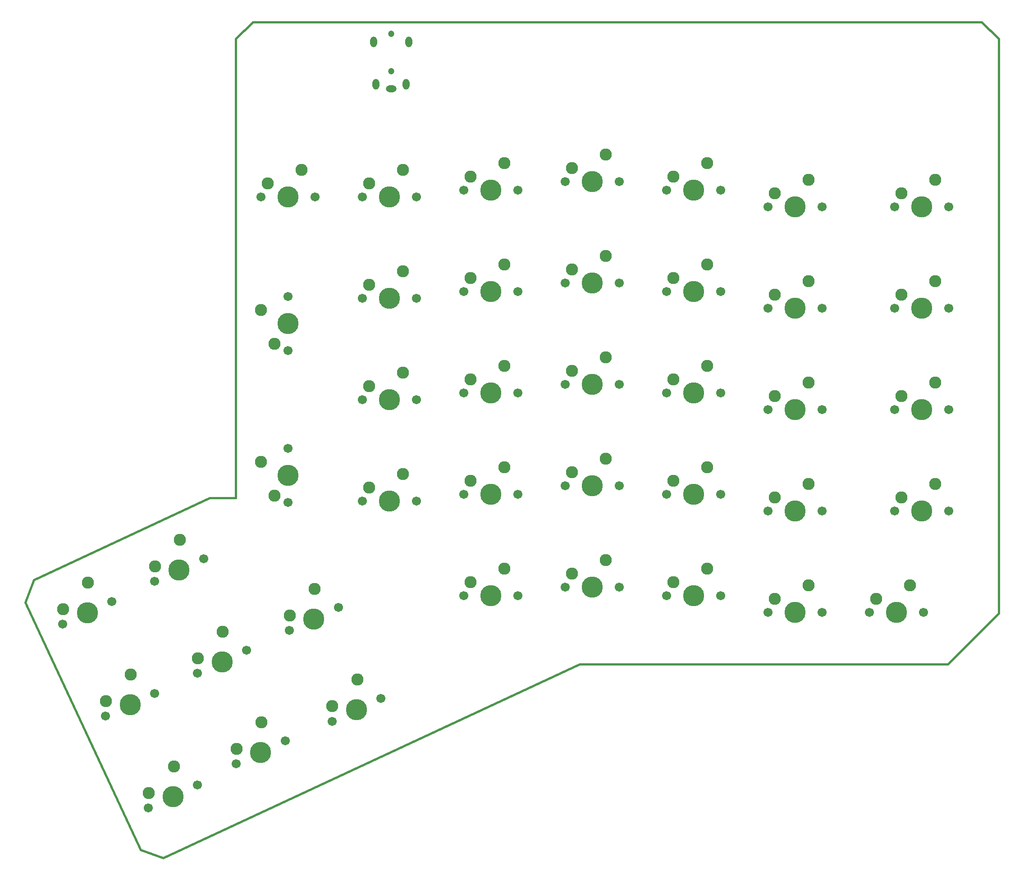
<source format=gbs>
%TF.GenerationSoftware,KiCad,Pcbnew,5.1.7*%
%TF.CreationDate,2020-11-01T11:12:36-08:00*%
%TF.ProjectId,ErgoDOX_right,4572676f-444f-4585-9f72-696768742e6b,2.0.1*%
%TF.SameCoordinates,Original*%
%TF.FileFunction,Soldermask,Bot*%
%TF.FilePolarity,Negative*%
%FSLAX46Y46*%
G04 Gerber Fmt 4.6, Leading zero omitted, Abs format (unit mm)*
G04 Created by KiCad (PCBNEW 5.1.7) date 2020-11-01 11:12:36*
%MOMM*%
%LPD*%
G01*
G04 APERTURE LIST*
%TA.AperFunction,Profile*%
%ADD10C,0.381000*%
%TD*%
%ADD11C,2.286000*%
%ADD12C,3.987800*%
%ADD13C,1.701800*%
%ADD14O,2.000000X1.300000*%
%ADD15O,1.300000X2.000000*%
%ADD16C,1.200000*%
G04 APERTURE END LIST*
D10*
X90121000Y-32258000D02*
X93521000Y-32258000D01*
X90121000Y-32258000D02*
X77876400Y-32258000D01*
X95046800Y-32258000D02*
X93521000Y-32258000D01*
X202742800Y-32258000D02*
X143408400Y-32258000D01*
X143408400Y-32258000D02*
X131902200Y-32258000D01*
X131902200Y-32258000D02*
X95046800Y-32258000D01*
X77876400Y-32258000D02*
X65811400Y-32258000D01*
X65811400Y-32258000D02*
X62611000Y-35433000D01*
X127152400Y-152908000D02*
X196392800Y-152908000D01*
X196392800Y-152908000D02*
X205917800Y-143383000D01*
X205917800Y-143383000D02*
X205917800Y-35433000D01*
X205917800Y-35433000D02*
X202742800Y-32258000D01*
X62611000Y-35433000D02*
X62611000Y-121666000D01*
X62611000Y-121666000D02*
X57708800Y-121666000D01*
X57708800Y-121666000D02*
X24617680Y-137096500D01*
X24617680Y-137096500D02*
X23080980Y-141315440D01*
X23080980Y-141315440D02*
X44764960Y-187817760D01*
X44764960Y-187817760D02*
X48983900Y-189351920D01*
X48983900Y-189351920D02*
X127152400Y-152908000D01*
D11*
%TO.C,SW5:13*%
X193992500Y-61925200D03*
X187642500Y-64465200D03*
D12*
X191452500Y-67005200D03*
D13*
X186372500Y-67005200D03*
X196532500Y-67005200D03*
%TD*%
D11*
%TO.C,SX1:7*%
X60170241Y-146806326D03*
X55488637Y-151791974D03*
D12*
X60015120Y-152483820D03*
D13*
X55411076Y-154630721D03*
X64619164Y-150336919D03*
%TD*%
D11*
%TO.C,SW3:13*%
X193992500Y-100022660D03*
X187642500Y-102562660D03*
D12*
X191452500Y-105102660D03*
D13*
X186372500Y-105102660D03*
X196532500Y-105102660D03*
%TD*%
D11*
%TO.C,SW2:9*%
X113030000Y-115897660D03*
X106680000Y-118437660D03*
D12*
X110490000Y-120977660D03*
D13*
X105410000Y-120977660D03*
X115570000Y-120977660D03*
%TD*%
D11*
%TO.C,SW2:10*%
X132080000Y-114300000D03*
X125730000Y-116840000D03*
D12*
X129540000Y-119380000D03*
D13*
X124460000Y-119380000D03*
X134620000Y-119380000D03*
%TD*%
D11*
%TO.C,SW3:9*%
X113030000Y-96847660D03*
X106680000Y-99387660D03*
D12*
X110490000Y-101927660D03*
D13*
X105410000Y-101927660D03*
X115570000Y-101927660D03*
%TD*%
D11*
%TO.C,SW2:11*%
X151130000Y-115897660D03*
X144780000Y-118437660D03*
D12*
X148590000Y-120977660D03*
D13*
X143510000Y-120977660D03*
X153670000Y-120977660D03*
%TD*%
D11*
%TO.C,SW3:10*%
X132080000Y-95250000D03*
X125730000Y-97790000D03*
D12*
X129540000Y-100330000D03*
D13*
X124460000Y-100330000D03*
X134620000Y-100330000D03*
%TD*%
D11*
%TO.C,SW3:11*%
X151130000Y-96847660D03*
X144780000Y-99387660D03*
D12*
X148590000Y-101927660D03*
D13*
X143510000Y-101927660D03*
X153670000Y-101927660D03*
%TD*%
D11*
%TO.C,SW1:11*%
X151130000Y-134947660D03*
X144780000Y-137487660D03*
D12*
X148590000Y-140027660D03*
D13*
X143510000Y-140027660D03*
X153670000Y-140027660D03*
%TD*%
D11*
%TO.C,SW1:10*%
X132080000Y-133350000D03*
X125730000Y-135890000D03*
D12*
X129540000Y-138430000D03*
D13*
X124460000Y-138430000D03*
X134620000Y-138430000D03*
%TD*%
D11*
%TO.C,SW1:9*%
X113030000Y-134947660D03*
X106680000Y-137487660D03*
D12*
X110490000Y-140027660D03*
D13*
X105410000Y-140027660D03*
X115570000Y-140027660D03*
%TD*%
D11*
%TO.C,SX1:8*%
X77434621Y-138754526D03*
X72753017Y-143740174D03*
D12*
X77279500Y-144432020D03*
D13*
X72675456Y-146578921D03*
X81883544Y-142285119D03*
%TD*%
D11*
%TO.C,SW5:12*%
X170180000Y-61925200D03*
X163830000Y-64465200D03*
D12*
X167640000Y-67005200D03*
D13*
X162560000Y-67005200D03*
X172720000Y-67005200D03*
%TD*%
D11*
%TO.C,SW5:11*%
X151130000Y-58747660D03*
X144780000Y-61287660D03*
D12*
X148590000Y-63827660D03*
D13*
X143510000Y-63827660D03*
X153670000Y-63827660D03*
%TD*%
D11*
%TO.C,SW5:10*%
X132080000Y-57150000D03*
X125730000Y-59690000D03*
D12*
X129540000Y-62230000D03*
D13*
X124460000Y-62230000D03*
X134620000Y-62230000D03*
%TD*%
D11*
%TO.C,SW5:9*%
X113030000Y-58747660D03*
X106680000Y-61287660D03*
D12*
X110490000Y-63827660D03*
D13*
X105410000Y-63827660D03*
X115570000Y-63827660D03*
%TD*%
D11*
%TO.C,SW5:8*%
X93980000Y-60020200D03*
X87630000Y-62560200D03*
D12*
X91440000Y-65100200D03*
D13*
X86360000Y-65100200D03*
X96520000Y-65100200D03*
%TD*%
D11*
%TO.C,SW5:7*%
X74930000Y-60020200D03*
X68580000Y-62560200D03*
D12*
X72390000Y-65100200D03*
D13*
X67310000Y-65100200D03*
X77470000Y-65100200D03*
%TD*%
D11*
%TO.C,SW4:13*%
X193992500Y-80972660D03*
X187642500Y-83512660D03*
D12*
X191452500Y-86052660D03*
D13*
X186372500Y-86052660D03*
X196532500Y-86052660D03*
%TD*%
D11*
%TO.C,SW4:12*%
X170180000Y-80972660D03*
X163830000Y-83512660D03*
D12*
X167640000Y-86052660D03*
D13*
X162560000Y-86052660D03*
X172720000Y-86052660D03*
%TD*%
D11*
%TO.C,SW4:11*%
X151130000Y-77797660D03*
X144780000Y-80337660D03*
D12*
X148590000Y-82877660D03*
D13*
X143510000Y-82877660D03*
X153670000Y-82877660D03*
%TD*%
D11*
%TO.C,SW4:10*%
X132080000Y-76200000D03*
X125730000Y-78740000D03*
D12*
X129540000Y-81280000D03*
D13*
X124460000Y-81280000D03*
X134620000Y-81280000D03*
%TD*%
D11*
%TO.C,SW4:9*%
X113030000Y-77797660D03*
X106680000Y-80337660D03*
D12*
X110490000Y-82877660D03*
D13*
X105410000Y-82877660D03*
X115570000Y-82877660D03*
%TD*%
D11*
%TO.C,SW4:8*%
X93980000Y-79067660D03*
X87630000Y-81607660D03*
D12*
X91440000Y-84147660D03*
D13*
X86360000Y-84147660D03*
X96520000Y-84147660D03*
%TD*%
D11*
%TO.C,SW4:7*%
X67310000Y-86370160D03*
X69850000Y-92720160D03*
D12*
X72390000Y-88910160D03*
D13*
X72390000Y-93990160D03*
X72390000Y-83830160D03*
%TD*%
D11*
%TO.C,SW3:12*%
X170180000Y-100022660D03*
X163830000Y-102562660D03*
D12*
X167640000Y-105102660D03*
D13*
X162560000Y-105102660D03*
X172720000Y-105102660D03*
%TD*%
D11*
%TO.C,SW3:8*%
X93980000Y-98117660D03*
X87630000Y-100657660D03*
D12*
X91440000Y-103197660D03*
D13*
X86360000Y-103197660D03*
X96520000Y-103197660D03*
%TD*%
D11*
%TO.C,SW2:13*%
X193992500Y-119072660D03*
X187642500Y-121612660D03*
D12*
X191452500Y-124152660D03*
D13*
X186372500Y-124152660D03*
X196532500Y-124152660D03*
%TD*%
D11*
%TO.C,SW2:12*%
X170180000Y-119072660D03*
X163830000Y-121612660D03*
D12*
X167640000Y-124152660D03*
D13*
X162560000Y-124152660D03*
X172720000Y-124152660D03*
%TD*%
D11*
%TO.C,SW2:8*%
X93980000Y-117167660D03*
X87630000Y-119707660D03*
D12*
X91440000Y-122247660D03*
D13*
X86360000Y-122247660D03*
X96520000Y-122247660D03*
%TD*%
D11*
%TO.C,SW2:7*%
X67310000Y-114945160D03*
X69850000Y-121295160D03*
D12*
X72390000Y-117485160D03*
D13*
X72390000Y-122565160D03*
X72390000Y-112405160D03*
%TD*%
D11*
%TO.C,SW1:13*%
X189230000Y-138122660D03*
X182880000Y-140662660D03*
D12*
X186690000Y-143202660D03*
D13*
X181610000Y-143202660D03*
X191770000Y-143202660D03*
%TD*%
D11*
%TO.C,SW1:12*%
X170180000Y-138122660D03*
X163830000Y-140662660D03*
D12*
X167640000Y-143202660D03*
D13*
X162560000Y-143202660D03*
X172720000Y-143202660D03*
%TD*%
D11*
%TO.C,SW0:12*%
X50955121Y-172122506D03*
X46273517Y-177108154D03*
D12*
X50800000Y-177800000D03*
D13*
X46195956Y-179946901D03*
X55404044Y-175653099D03*
%TD*%
D11*
%TO.C,SW0:11*%
X67431121Y-163820506D03*
X62749517Y-168806154D03*
D12*
X67276000Y-169498000D03*
D13*
X62671956Y-171644901D03*
X71880044Y-167351099D03*
%TD*%
D11*
%TO.C,SW0:10*%
X85431121Y-155820506D03*
X80749517Y-160806154D03*
D12*
X85276000Y-161498000D03*
D13*
X80671956Y-163644901D03*
X89880044Y-159351099D03*
%TD*%
D11*
%TO.C,SW0:9*%
X42903321Y-154855586D03*
X38221717Y-159841234D03*
D12*
X42748200Y-160533080D03*
D13*
X38144156Y-162679981D03*
X47352244Y-158386179D03*
%TD*%
D11*
%TO.C,SW0:8*%
X52118441Y-129541946D03*
X47436837Y-134527594D03*
D12*
X51963320Y-135219440D03*
D13*
X47359276Y-137366341D03*
X56567364Y-133072539D03*
%TD*%
D11*
%TO.C,SW0:7*%
X34854061Y-137591206D03*
X30172457Y-142576854D03*
D12*
X34698940Y-143268700D03*
D13*
X30094896Y-145415601D03*
X39302984Y-141121799D03*
%TD*%
D14*
%TO.C,J1*%
X91776000Y-44798000D03*
D15*
X94626000Y-43998000D03*
X88926000Y-43998000D03*
X88476000Y-35998000D03*
D16*
X91776000Y-41498000D03*
X91776000Y-34498000D03*
D15*
X95076000Y-35998000D03*
%TD*%
M02*

</source>
